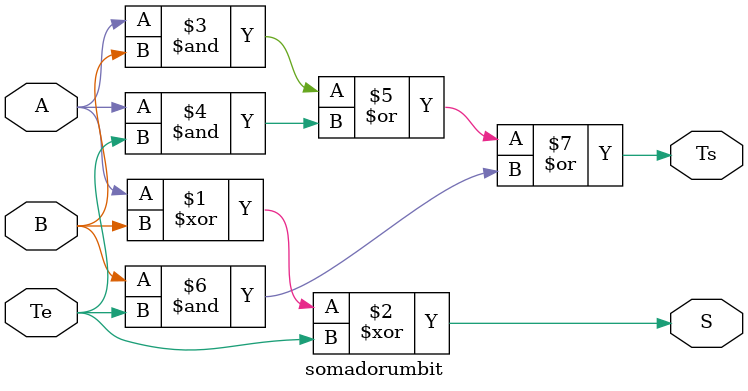
<source format=v>
module somadorumbit(A,B,Te,Ts,S);
input A,B,Te;
output Ts, S;
assign S = ((A^B)^Te);
assign Ts = ((A&B)|(A&Te)|(B&Te));
endmodule

</source>
